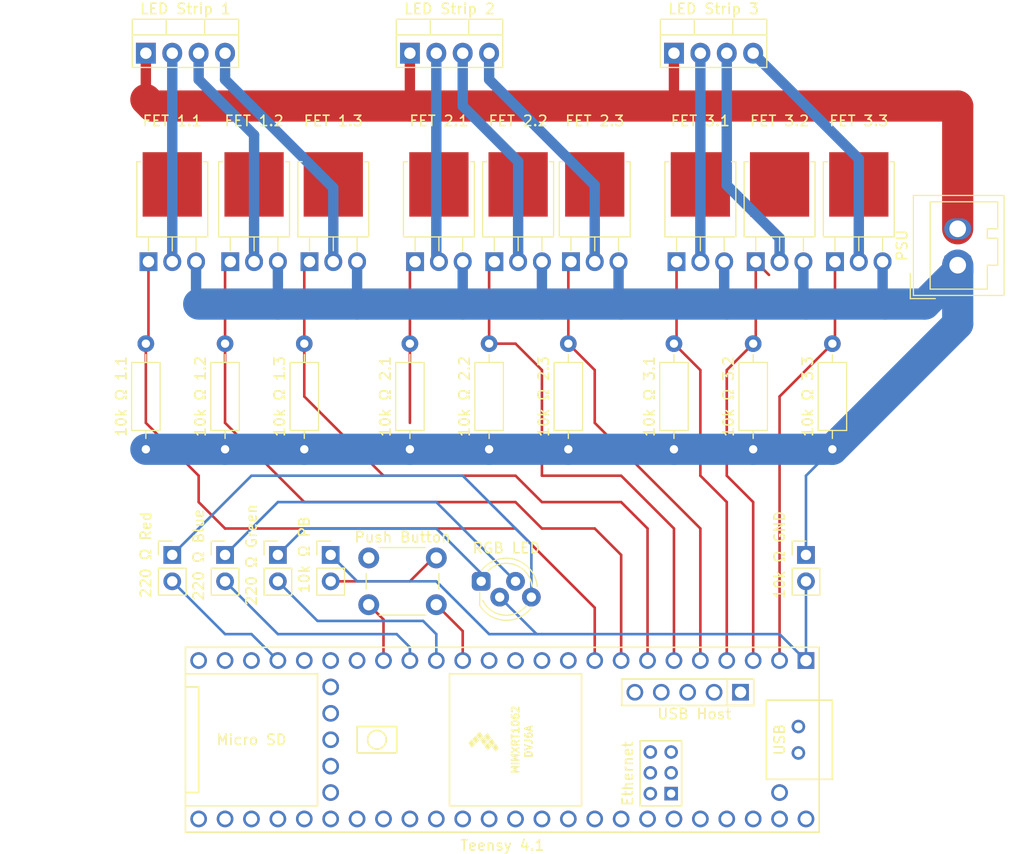
<source format=kicad_pcb>
(kicad_pcb (version 20221018) (generator pcbnew)
  (layers (0 "F.Cu" signal) (31 "B.Cu" signal) (34 "B.Paste" user) (35 "F.Paste" user) (36 "B.SilkS" user "B.Silkscreen") (37 "F.SilkS" user "F.Silkscreen") (38 "B.Mask" user) (39 "F.Mask" user) (44 "Edge.Cuts" user))
  (net 0 "")
  (footprint "Resistor_THT:R_Axial_DIN0207_L6.3mm_D2.5mm_P10.16mm_Horizontal" (layer "F.Cu") (at 101.6 86.36 90)
    (fp_text reference "10k Ω 3.1" (at 5.08 -2.37 90) (layer "F.SilkS"))
    (fp_text value "R_Axial_DIN0207_L6.3mm_D2.5mm_P10.16mm_Horizontal")
    (pad "1" thru_hole circle (at 0 0 90) (size 1.6 1.6) (drill 0.8) (layers "*.Cu" "*.Mask"))
    (pad "2" thru_hole oval (at 10.16 0 90) (size 1.6 1.6) (drill 0.8) (layers "*.Cu" "*.Mask"))
  )
  (footprint "Connector_PinHeader_2.54mm:PinHeader_1x02_P2.54mm_Vertical" (layer "F.Cu") (at 68.58 96.52)
    (fp_text reference "10k Ω PB" (at -2.54 0 90) (layer "F.SilkS"))
    (fp_text value "PinHeader_1x02_P2.54mm_Vertical")
    (pad "1" thru_hole rect (at 0 0) (size 1.7 1.7) (drill 1) (layers "*.Cu" "*.Mask"))
    (pad "2" thru_hole oval (at 0 2.54) (size 1.7 1.7) (drill 1) (layers "*.Cu" "*.Mask"))
  )
  (footprint "Connector_PinHeader_2.54mm:PinHeader_1x02_P2.54mm_Vertical" (layer "F.Cu") (at 53.34 96.52)
    (fp_text reference "220 Ω Red" (at -2.54 0 90) (layer "F.SilkS"))
    (fp_text value "PinHeader_1x02_P2.54mm_Vertical")
    (pad "1" thru_hole rect (at 0 0) (size 1.7 1.7) (drill 1) (layers "*.Cu" "*.Mask"))
    (pad "2" thru_hole oval (at 0 2.54) (size 1.7 1.7) (drill 1) (layers "*.Cu" "*.Mask"))
  )
  (footprint "Package_TO_SOT_THT:TO-251-3-1EP_Horizontal_TabDown" (layer "F.Cu") (at 84.32 68.315)
    (fp_text reference "FET 2.2" (at 2.29 -13.546794) (layer "F.SilkS"))
    (fp_text value "TO-251-3-1EP_Horizontal_TabDown")
    (pad "1" thru_hole rect (at 0 0) (size 1.7175 1.8) (drill 1.1) (layers "*.Cu" "*.Mask"))
    (pad "2" thru_hole oval (at 2.29 0) (size 1.7175 1.8) (drill 1.1) (layers "*.Cu" "*.Mask"))
    (pad "3" thru_hole oval (at 4.58 0) (size 1.7175 1.8) (drill 1.1) (layers "*.Cu" "*.Mask"))
    (pad "4" smd rect (at 2.29 -7.433333) (size 5.7 6.2) (layers "F.Cu" "F.Paste" "F.Mask"))
  )
  (footprint "Connector_Wago:Wago_734-132_1x02_P3.50mm_Vertical" (layer "F.Cu") (at 128.893461 68.652754 90)
    (fp_text reference "PSU" (at 1.9 -5.35 90) (layer "F.SilkS"))
    (fp_text value "Wago_734-132_1x02_P3.50mm_Vertical")
    (pad "1" thru_hole roundrect (at 0 0 90) (size 2 2.6) (drill 1.6) (layers "*.Cu" "*.Mask") (roundrect_rratio 0.125))
    (pad "2" thru_hole oval (at 3.5 0 90) (size 2 2.6) (drill 1.6) (layers "*.Cu" "*.Mask"))
  )
  (footprint "Package_TO_SOT_THT:TO-251-3-1EP_Horizontal_TabDown" (layer "F.Cu") (at 76.7 68.315)
    (fp_text reference "FET 2.1" (at 2.29 -13.546794) (layer "F.SilkS"))
    (fp_text value "TO-251-3-1EP_Horizontal_TabDown")
    (pad "1" thru_hole rect (at 0 0) (size 1.7175 1.8) (drill 1.1) (layers "*.Cu" "*.Mask"))
    (pad "2" thru_hole oval (at 2.29 0) (size 1.7175 1.8) (drill 1.1) (layers "*.Cu" "*.Mask"))
    (pad "3" thru_hole oval (at 4.58 0) (size 1.7175 1.8) (drill 1.1) (layers "*.Cu" "*.Mask"))
    (pad "4" smd rect (at 2.29 -7.433333) (size 5.7 6.2) (layers "F.Cu" "F.Paste" "F.Mask"))
  )
  (footprint "LED_THT:LED_D5.0mm-4_RGB_Staggered_Pins" (layer "F.Cu") (at 83.058 99.06)
    (fp_text reference "RGB LED" (at 2.413 -3.198) (layer "F.SilkS"))
    (fp_text value "LED_D5.0mm-4_RGB_Staggered_Pins" hide)
    (pad "1" thru_hole roundrect (at 0 0) (size 1.8 1.8) (drill 0.9) (layers "*.Cu" "*.Mask"))
    (pad "2" thru_hole circle (at 1.778 1.524) (size 1.8 1.8) (drill 0.9) (layers "*.Cu" "*.Mask"))
    (pad "3" thru_hole circle (at 3.302 0) (size 1.8 1.8) (drill 0.9) (layers "*.Cu" "*.Mask"))
    (pad "4" thru_hole circle (at 4.826 1.524) (size 1.8 1.8) (drill 0.9) (layers "*.Cu" "*.Mask"))
  )
  (footprint "Package_TO_SOT_THT:TO-251-3-1EP_Horizontal_TabDown" (layer "F.Cu") (at 117.09 68.315)
    (fp_text reference "FET 3.3" (at 2.29 -13.546794) (layer "F.SilkS"))
    (fp_text value "TO-251-3-1EP_Horizontal_TabDown")
    (pad "1" thru_hole rect (at 0 0) (size 1.7175 1.8) (drill 1.1) (layers "*.Cu" "*.Mask"))
    (pad "2" thru_hole oval (at 2.29 0) (size 1.7175 1.8) (drill 1.1) (layers "*.Cu" "*.Mask"))
    (pad "3" thru_hole oval (at 4.58 0) (size 1.7175 1.8) (drill 1.1) (layers "*.Cu" "*.Mask"))
    (pad "4" smd rect (at 2.29 -7.433333) (size 5.7 6.2) (layers "F.Cu" "F.Paste" "F.Mask"))
  )
  (footprint "Resistor_THT:R_Axial_DIN0207_L6.3mm_D2.5mm_P10.16mm_Horizontal" (layer "F.Cu") (at 66.04 86.36 90)
    (fp_text reference "10k Ω 1.3" (at 5.08 -2.37 90) (layer "F.SilkS"))
    (fp_text value "R_Axial_DIN0207_L6.3mm_D2.5mm_P10.16mm_Horizontal")
    (pad "1" thru_hole circle (at 0 0 90) (size 1.6 1.6) (drill 0.8) (layers "*.Cu" "*.Mask"))
    (pad "2" thru_hole oval (at 10.16 0 90) (size 1.6 1.6) (drill 0.8) (layers "*.Cu" "*.Mask"))
  )
  (footprint "Package_TO_SOT_THT:TO-251-3-1EP_Horizontal_TabDown" (layer "F.Cu") (at 101.85 68.315)
    (fp_text reference "FET 3.1" (at 2.29 -13.546794) (layer "F.SilkS"))
    (fp_text value "TO-251-3-1EP_Horizontal_TabDown")
    (pad "1" thru_hole rect (at 0 0) (size 1.7175 1.8) (drill 1.1) (layers "*.Cu" "*.Mask"))
    (pad "2" thru_hole oval (at 2.29 0) (size 1.7175 1.8) (drill 1.1) (layers "*.Cu" "*.Mask"))
    (pad "3" thru_hole oval (at 4.58 0) (size 1.7175 1.8) (drill 1.1) (layers "*.Cu" "*.Mask"))
    (pad "4" smd rect (at 2.29 -7.433333) (size 5.7 6.2) (layers "F.Cu" "F.Paste" "F.Mask"))
  )
  (footprint "Connector_PinHeader_2.54mm:PinHeader_1x02_P2.54mm_Vertical" (layer "F.Cu") (at 58.42 96.52)
    (fp_text reference "220 Ω Blue" (at -2.54 0 90) (layer "F.SilkS"))
    (fp_text value "PinHeader_1x02_P2.54mm_Vertical")
    (pad "1" thru_hole rect (at 0 0) (size 1.7 1.7) (drill 1) (layers "*.Cu" "*.Mask"))
    (pad "2" thru_hole oval (at 0 2.54) (size 1.7 1.7) (drill 1) (layers "*.Cu" "*.Mask"))
  )
  (footprint "Button_Switch_THT:SW_PUSH_6mm_H13mm" (layer "F.Cu") (at 72.24 96.81)
    (fp_text reference "Push Button" (at 3.25 -2) (layer "F.SilkS"))
    (fp_text value "SW_PUSH_6mm_H13mm")
    (pad "1" thru_hole circle (at 0 0 90) (size 2 2) (drill 1.1) (layers "*.Cu" "*.Mask"))
    (pad "1" thru_hole circle (at 6.5 0 90) (size 2 2) (drill 1.1) (layers "*.Cu" "*.Mask"))
    (pad "2" thru_hole circle (at 0 4.5 90) (size 2 2) (drill 1.1) (layers "*.Cu" "*.Mask"))
    (pad "2" thru_hole circle (at 6.5 4.5 90) (size 2 2) (drill 1.1) (layers "*.Cu" "*.Mask"))
  )
  (footprint "Resistor_THT:R_Axial_DIN0207_L6.3mm_D2.5mm_P10.16mm_Horizontal" (layer "F.Cu") (at 58.42 86.36 90)
    (fp_text reference "10k Ω 1.2" (at 5.08 -2.37 90) (layer "F.SilkS"))
    (fp_text value "R_Axial_DIN0207_L6.3mm_D2.5mm_P10.16mm_Horizontal")
    (pad "1" thru_hole circle (at 0 0 90) (size 1.6 1.6) (drill 0.8) (layers "*.Cu" "*.Mask"))
    (pad "2" thru_hole oval (at 10.16 0 90) (size 1.6 1.6) (drill 0.8) (layers "*.Cu" "*.Mask"))
  )
  (footprint "Resistor_THT:R_Axial_DIN0207_L6.3mm_D2.5mm_P10.16mm_Horizontal" (layer "F.Cu") (at 76.2 86.36 90)
    (fp_text reference "10k Ω 2.1" (at 5.08 -2.37 90) (layer "F.SilkS"))
    (fp_text value "R_Axial_DIN0207_L6.3mm_D2.5mm_P10.16mm_Horizontal")
    (pad "1" thru_hole circle (at 0 0 90) (size 1.6 1.6) (drill 0.8) (layers "*.Cu" "*.Mask"))
    (pad "2" thru_hole oval (at 10.16 0 90) (size 1.6 1.6) (drill 0.8) (layers "*.Cu" "*.Mask"))
  )
  (footprint "Package_TO_SOT_THT:TO-220-4_Vertical" (layer "F.Cu") (at 101.6 48.26)
    (fp_text reference "LED Strip 3" (at 3.81 -4.27) (layer "F.SilkS"))
    (fp_text value "TO-220-4_Vertical")
    (pad "1" thru_hole rect (at 0 0) (size 1.905 2) (drill 1.1) (layers "*.Cu" "*.Mask"))
    (pad "2" thru_hole oval (at 2.54 0) (size 1.905 2) (drill 1.1) (layers "*.Cu" "*.Mask"))
    (pad "3" thru_hole oval (at 5.08 0) (size 1.905 2) (drill 1.1) (layers "*.Cu" "*.Mask"))
    (pad "4" thru_hole oval (at 7.62 0) (size 1.905 2) (drill 1.1) (layers "*.Cu" "*.Mask"))
  )
  (footprint "Resistor_THT:R_Axial_DIN0207_L6.3mm_D2.5mm_P10.16mm_Horizontal" (layer "F.Cu") (at 91.44 86.36 90)
    (fp_text reference "10k Ω 2.3" (at 5.08 -2.37 90) (layer "F.SilkS"))
    (fp_text value "R_Axial_DIN0207_L6.3mm_D2.5mm_P10.16mm_Horizontal")
    (pad "1" thru_hole circle (at 0 0 90) (size 1.6 1.6) (drill 0.8) (layers "*.Cu" "*.Mask"))
    (pad "2" thru_hole oval (at 10.16 0 90) (size 1.6 1.6) (drill 0.8) (layers "*.Cu" "*.Mask"))
  )
  (footprint "Package_TO_SOT_THT:TO-251-3-1EP_Horizontal_TabDown" (layer "F.Cu") (at 109.47 68.315)
    (fp_text reference "FET 3.2" (at 2.29 -13.546794) (layer "F.SilkS"))
    (fp_text value "TO-251-3-1EP_Horizontal_TabDown")
    (pad "1" thru_hole rect (at 0 0) (size 1.7175 1.8) (drill 1.1) (layers "*.Cu" "*.Mask"))
    (pad "2" thru_hole oval (at 2.29 0) (size 1.7175 1.8) (drill 1.1) (layers "*.Cu" "*.Mask"))
    (pad "3" thru_hole oval (at 4.58 0) (size 1.7175 1.8) (drill 1.1) (layers "*.Cu" "*.Mask"))
    (pad "4" smd rect (at 2.29 -7.433333) (size 5.7 6.2) (layers "F.Cu" "F.Paste" "F.Mask"))
  )
  (footprint "Connector_PinHeader_2.54mm:PinHeader_1x02_P2.54mm_Vertical" (layer "F.Cu") (at 114.3 96.52)
    (fp_text reference "10k Ω GND" (at -2.54 0 90) (layer "F.SilkS"))
    (fp_text value "PinHeader_1x02_P2.54mm_Vertical")
    (pad "1" thru_hole rect (at 0 0) (size 1.7 1.7) (drill 1) (layers "*.Cu" "*.Mask"))
    (pad "2" thru_hole oval (at 0 2.54) (size 1.7 1.7) (drill 1) (layers "*.Cu" "*.Mask"))
  )
  (footprint "Resistor_THT:R_Axial_DIN0207_L6.3mm_D2.5mm_P10.16mm_Horizontal" (layer "F.Cu") (at 109.22 86.36 90)
    (fp_text reference "10k Ω 3.2" (at 5.08 -2.37 90) (layer "F.SilkS"))
    (fp_text value "R_Axial_DIN0207_L6.3mm_D2.5mm_P10.16mm_Horizontal")
    (pad "1" thru_hole circle (at 0 0 90) (size 1.6 1.6) (drill 0.8) (layers "*.Cu" "*.Mask"))
    (pad "2" thru_hole oval (at 10.16 0 90) (size 1.6 1.6) (drill 0.8) (layers "*.Cu" "*.Mask"))
  )
  (footprint "Package_TO_SOT_THT:TO-220-4_Vertical" (layer "F.Cu") (at 76.2 48.26)
    (fp_text reference "LED Strip 2" (at 3.81 -4.27) (layer "F.SilkS"))
    (fp_text value "TO-220-4_Vertical")
    (pad "1" thru_hole rect (at 0 0) (size 1.905 2) (drill 1.1) (layers "*.Cu" "*.Mask"))
    (pad "2" thru_hole oval (at 2.54 0) (size 1.905 2) (drill 1.1) (layers "*.Cu" "*.Mask"))
    (pad "3" thru_hole oval (at 5.08 0) (size 1.905 2) (drill 1.1) (layers "*.Cu" "*.Mask"))
    (pad "4" thru_hole oval (at 7.62 0) (size 1.905 2) (drill 1.1) (layers "*.Cu" "*.Mask"))
  )
  (footprint "Resistor_THT:R_Axial_DIN0207_L6.3mm_D2.5mm_P10.16mm_Horizontal" (layer "F.Cu") (at 83.82 86.36 90)
    (fp_text reference "10k Ω 2.2" (at 5.08 -2.37 90) (layer "F.SilkS"))
    (fp_text value "R_Axial_DIN0207_L6.3mm_D2.5mm_P10.16mm_Horizontal")
    (pad "1" thru_hole circle (at 0 0 90) (size 1.6 1.6) (drill 0.8) (layers "*.Cu" "*.Mask"))
    (pad "2" thru_hole oval (at 10.16 0 90) (size 1.6 1.6) (drill 0.8) (layers "*.Cu" "*.Mask"))
  )
  (footprint "Resistor_THT:R_Axial_DIN0207_L6.3mm_D2.5mm_P10.16mm_Horizontal" (layer "F.Cu") (at 116.84 86.36 90)
    (fp_text reference "10k Ω 3.3" (at 5.08 -2.37 90) (layer "F.SilkS"))
    (fp_text value "R_Axial_DIN0207_L6.3mm_D2.5mm_P10.16mm_Horizontal")
    (pad "1" thru_hole circle (at 0 0 90) (size 1.6 1.6) (drill 0.8) (layers "*.Cu" "*.Mask"))
    (pad "2" thru_hole oval (at 10.16 0 90) (size 1.6 1.6) (drill 0.8) (layers "*.Cu" "*.Mask"))
  )
  (footprint "teensy:Teensy41" (layer "F.Cu") (at 85.09 114.3 180)
    (fp_text reference "Teensy 4.1" (at 0 -10.16) (layer "F.SilkS"))
    (fp_text value "Teensy 4.1" hide)
    (fp_text user "DVJ6A" (at -2.54 -0.18 90) (layer "F.SilkS") (effects (font (size 0.7 0.7))))
    (fp_text user "MIMXRT1062" (at -1.27 0 90) (layer "F.SilkS") (effects (font (size 0.7 0.7))))
    (fp_text user "Ethernet" (at -12.065 -3.2766 90) (layer "F.SilkS"))
    (fp_text user "Micro SD" (at 24.13 0) (layer "F.SilkS"))
    (fp_text user "USB Host" (at -18.4658 2.4892) (layer "F.SilkS"))
    (fp_text user "USB" (at -26.67 0 90) (layer "F.SilkS"))
    (pad "1" thru_hole rect (at -29.21 7.62 180) (size 1.6 1.6) (drill 1.1) (layers "*.Cu" "*.Mask"))
    (pad "2" thru_hole circle (at -26.67 7.62 180) (size 1.6 1.6) (drill 1.1) (layers "*.Cu" "*.Mask"))
    (pad "3" thru_hole circle (at -24.13 7.62 180) (size 1.6 1.6) (drill 1.1) (layers "*.Cu" "*.Mask"))
    (pad "4" thru_hole circle (at -21.59 7.62 180) (size 1.6 1.6) (drill 1.1) (layers "*.Cu" "*.Mask"))
    (pad "5" thru_hole circle (at -19.05 7.62 180) (size 1.6 1.6) (drill 1.1) (layers "*.Cu" "*.Mask"))
    (pad "6" thru_hole circle (at -16.51 7.62 180) (size 1.6 1.6) (drill 1.1) (layers "*.Cu" "*.Mask"))
    (pad "7" thru_hole circle (at -13.97 7.62 180) (size 1.6 1.6) (drill 1.1) (layers "*.Cu" "*.Mask"))
    (pad "8" thru_hole circle (at -11.43 7.62 180) (size 1.6 1.6) (drill 1.1) (layers "*.Cu" "*.Mask"))
    (pad "9" thru_hole circle (at -8.89 7.62 180) (size 1.6 1.6) (drill 1.1) (layers "*.Cu" "*.Mask"))
    (pad "10" thru_hole circle (at -6.35 7.62 180) (size 1.6 1.6) (drill 1.1) (layers "*.Cu" "*.Mask"))
    (pad "11" thru_hole circle (at -3.81 7.62 180) (size 1.6 1.6) (drill 1.1) (layers "*.Cu" "*.Mask"))
    (pad "12" thru_hole circle (at -1.27 7.62 180) (size 1.6 1.6) (drill 1.1) (layers "*.Cu" "*.Mask"))
    (pad "13" thru_hole circle (at 1.27 7.62 180) (size 1.6 1.6) (drill 1.1) (layers "*.Cu" "*.Mask"))
    (pad "14" thru_hole circle (at 3.81 7.62 180) (size 1.6 1.6) (drill 1.1) (layers "*.Cu" "*.Mask"))
    (pad "15" thru_hole circle (at 6.35 7.62 180) (size 1.6 1.6) (drill 1.1) (layers "*.Cu" "*.Mask"))
    (pad "16" thru_hole circle (at 8.89 7.62 180) (size 1.6 1.6) (drill 1.1) (layers "*.Cu" "*.Mask"))
    (pad "17" thru_hole circle (at 11.43 7.62 180) (size 1.6 1.6) (drill 1.1) (layers "*.Cu" "*.Mask"))
    (pad "18" thru_hole circle (at 13.97 7.62 180) (size 1.6 1.6) (drill 1.1) (layers "*.Cu" "*.Mask"))
    (pad "19" thru_hole circle (at 16.51 7.62 180) (size 1.6 1.6) (drill 1.1) (layers "*.Cu" "*.Mask"))
    (pad "20" thru_hole circle (at 19.05 7.62 180) (size 1.6 1.6) (drill 1.1) (layers "*.Cu" "*.Mask"))
    (pad "21" thru_hole circle (at 21.59 7.62 180) (size 1.6 1.6) (drill 1.1) (layers "*.Cu" "*.Mask"))
    (pad "22" thru_hole circle (at 24.13 7.62 180) (size 1.6 1.6) (drill 1.1) (layers "*.Cu" "*.Mask"))
    (pad "23" thru_hole circle (at 26.67 7.62 180) (size 1.6 1.6) (drill 1.1) (layers "*.Cu" "*.Mask"))
    (pad "24" thru_hole circle (at 29.21 7.62 180) (size 1.6 1.6) (drill 1.1) (layers "*.Cu" "*.Mask"))
    (pad "25" thru_hole circle (at 29.21 -7.62 180) (size 1.6 1.6) (drill 1.1) (layers "*.Cu" "*.Mask"))
    (pad "26" thru_hole circle (at 26.67 -7.62 180) (size 1.6 1.6) (drill 1.1) (layers "*.Cu" "*.Mask"))
    (pad "27" thru_hole circle (at 24.13 -7.62 180) (size 1.6 1.6) (drill 1.1) (layers "*.Cu" "*.Mask"))
    (pad "28" thru_hole circle (at 21.59 -7.62 180) (size 1.6 1.6) (drill 1.1) (layers "*.Cu" "*.Mask"))
    (pad "29" thru_hole circle (at 19.05 -7.62 180) (size 1.6 1.6) (drill 1.1) (layers "*.Cu" "*.Mask"))
    (pad "30" thru_hole circle (at 16.51 -7.62 180) (size 1.6 1.6) (drill 1.1) (layers "*.Cu" "*.Mask"))
    (pad "31" thru_hole circle (at 13.97 -7.62 180) (size 1.6 1.6) (drill 1.1) (layers "*.Cu" "*.Mask"))
    (pad "32" thru_hole circle (at 11.43 -7.62 180) (size 1.6 1.6) (drill 1.1) (layers "*.Cu" "*.Mask"))
    (pad "33" thru_hole circle (at 8.89 -7.62 180) (size 1.6 1.6) (drill 1.1) (layers "*.Cu" "*.Mask"))
    (pad "34" thru_hole circle (at 6.35 -7.62 180) (size 1.6 1.6) (drill 1.1) (layers "*.Cu" "*.Mask"))
    (pad "35" thru_hole circle (at 3.81 -7.62 180) (size 1.6 1.6) (drill 1.1) (layers "*.Cu" "*.Mask"))
    (pad "36" thru_hole circle (at 1.27 -7.62 180) (size 1.6 1.6) (drill 1.1) (layers "*.Cu" "*.Mask"))
    (pad "37" thru_hole circle (at -1.27 -7.62 180) (size 1.6 1.6) (drill 1.1) (layers "*.Cu" "*.Mask"))
    (pad "38" thru_hole circle (at -3.81 -7.62 180) (size 1.6 1.6) (drill 1.1) (layers "*.Cu" "*.Mask"))
    (pad "39" thru_hole circle (at -6.35 -7.62 180) (size 1.6 1.6) (drill 1.1) (layers "*.Cu" "*.Mask"))
    (pad "40" thru_hole circle (at -8.89 -7.62 180) (size 1.6 1.6) (drill 1.1) (layers "*.Cu" "*.Mask"))
    (pad "41" thru_hole circle (at -11.43 -7.62 180) (size 1.6 1.6) (drill 1.1) (layers "*.Cu" "*.Mask"))
    (pad "42" thru_hole circle (at -13.97 -7.62 180) (size 1.6 1.6) (drill 1.1) (layers "*.Cu" "*.Mask"))
    (pad "43" thru_hole circle (at -16.51 -7.62 180) (size 1.6 1.6) (drill 1.1) (layers "*.Cu" "*.Mask"))
    (pad "44" thru_hole circle (at -19.05 -7.62 180) (size 1.6 1.6) (drill 1.1) (layers "*.Cu" "*.Mask"))
    (pad "45" thru_hole circle (at -21.59 -7.62 180) (size 1.6 1.6) (drill 1.1) (layers "*.Cu" "*.Mask"))
    (pad "46" thru_hole circle (at -24.13 -7.62 180) (size 1.6 1.6) (drill 1.1) (layers "*.Cu" "*.Mask"))
    (pad "47" thru_hole circle (at -26.67 -7.62 180) (size 1.6 1.6) (drill 1.1) (layers "*.Cu" "*.Mask"))
    (pad "48" thru_hole circle (at -29.21 -7.62 180) (size 1.6 1.6) (drill 1.1) (layers "*.Cu" "*.Mask"))
    (pad "49" thru_hole circle (at -26.67 -5.08 180) (size 1.6 1.6) (drill 1.1) (layers "*.Cu" "*.Mask"))
    (pad "50" thru_hole circle (at 16.51 5.08 180) (size 1.6 1.6) (drill 1.1) (layers "*.Cu" "*.Mask"))
    (pad "51" thru_hole circle (at 16.51 2.54 180) (size 1.6 1.6) (drill 1.1) (layers "*.Cu" "*.Mask"))
    (pad "52" thru_hole circle (at 16.51 0 180) (size 1.6 1.6) (drill 1.1) (layers "*.Cu" "*.Mask"))
    (pad "53" thru_hole circle (at 16.51 -2.54 180) (size 1.6 1.6) (drill 1.1) (layers "*.Cu" "*.Mask"))
    (pad "54" thru_hole circle (at 16.51 -5.08 180) (size 1.6 1.6) (drill 1.1) (layers "*.Cu" "*.Mask"))
    (pad "55" thru_hole rect (at -22.9108 4.5692 180) (size 1.6 1.6) (drill 1.1) (layers "*.Cu" "*.Mask"))
    (pad "56" thru_hole circle (at -20.3708 4.5692 180) (size 1.6 1.6) (drill 1.1) (layers "*.Cu" "*.Mask"))
    (pad "57" thru_hole circle (at -17.8308 4.5692 180) (size 1.6 1.6) (drill 1.1) (layers "*.Cu" "*.Mask"))
    (pad "58" thru_hole circle (at -15.2908 4.5692 180) (size 1.6 1.6) (drill 1.1) (layers "*.Cu" "*.Mask"))
    (pad "59" thru_hole circle (at -12.7508 4.5692 180) (size 1.6 1.6) (drill 1.1) (layers "*.Cu" "*.Mask"))
    (pad "60" thru_hole rect (at -16.24 -5.1816 180) (size 1.3 1.3) (drill 0.8) (layers "*.Cu" "*.Mask"))
    (pad "61" thru_hole circle (at -16.24 -3.1816 180) (size 1.3 1.3) (drill 0.8) (layers "*.Cu" "*.Mask"))
    (pad "62" thru_hole circle (at -16.24 -1.1816 180) (size 1.3 1.3) (drill 0.8) (layers "*.Cu" "*.Mask"))
    (pad "63" thru_hole circle (at -14.24 -1.1816 180) (size 1.3 1.3) (drill 0.8) (layers "*.Cu" "*.Mask"))
    (pad "64" thru_hole circle (at -14.24 -3.1816 180) (size 1.3 1.3) (drill 0.8) (layers "*.Cu" "*.Mask"))
    (pad "65" thru_hole circle (at -14.24 -5.1816 180) (size 1.3 1.3) (drill 0.8) (layers "*.Cu" "*.Mask"))
    (pad "66" thru_hole circle (at -28.48 -1.27 180) (size 1.3 1.3) (drill 0.8) (layers "*.Cu" "*.Mask"))
    (pad "67" thru_hole circle (at -28.48 1.27 180) (size 1.3 1.3) (drill 0.8) (layers "*.Cu" "*.Mask"))
  )
  (footprint "Connector_PinHeader_2.54mm:PinHeader_1x02_P2.54mm_Vertical" (layer "F.Cu") (at 63.5 96.52)
    (fp_text reference "220 Ω Green" (at -2.54 0 90) (layer "F.SilkS"))
    (fp_text value "PinHeader_1x02_P2.54mm_Vertical")
    (pad "1" thru_hole rect (at 0 0) (size 1.7 1.7) (drill 1) (layers "*.Cu" "*.Mask"))
    (pad "2" thru_hole oval (at 0 2.54) (size 1.7 1.7) (drill 1) (layers "*.Cu" "*.Mask"))
  )
  (footprint "Package_TO_SOT_THT:TO-220-4_Vertical" (layer "F.Cu") (at 50.8 48.26)
    (fp_text reference "LED Strip 1" (at 3.81 -4.27) (layer "F.SilkS"))
    (fp_text value "TO-220-4_Vertical")
    (pad "1" thru_hole rect (at 0 0) (size 1.905 2) (drill 1.1) (layers "*.Cu" "*.Mask"))
    (pad "2" thru_hole oval (at 2.54 0) (size 1.905 2) (drill 1.1) (layers "*.Cu" "*.Mask"))
    (pad "3" thru_hole oval (at 5.08 0) (size 1.905 2) (drill 1.1) (layers "*.Cu" "*.Mask"))
    (pad "4" thru_hole oval (at 7.62 0) (size 1.905 2) (drill 1.1) (layers "*.Cu" "*.Mask"))
  )
  (footprint "Package_TO_SOT_THT:TO-251-3-1EP_Horizontal_TabDown" (layer "F.Cu") (at 66.54 68.315)
    (fp_text reference "FET 1.3" (at 2.29 -13.546794) (layer "F.SilkS"))
    (fp_text value "TO-251-3-1EP_Horizontal_TabDown")
    (pad "1" thru_hole rect (at 0 0) (size 1.7175 1.8) (drill 1.1) (layers "*.Cu" "*.Mask"))
    (pad "2" thru_hole oval (at 2.29 0) (size 1.7175 1.8) (drill 1.1) (layers "*.Cu" "*.Mask"))
    (pad "3" thru_hole oval (at 4.58 0) (size 1.7175 1.8) (drill 1.1) (layers "*.Cu" "*.Mask"))
    (pad "4" smd rect (at 2.29 -7.433333) (size 5.7 6.2) (layers "F.Cu" "F.Paste" "F.Mask"))
  )
  (footprint "Package_TO_SOT_THT:TO-251-3-1EP_Horizontal_TabDown" (layer "F.Cu") (at 51.05 68.315)
    (fp_text reference "FET 1.1" (at 2.29 -13.546794) (layer "F.SilkS"))
    (fp_text value "TO-251-3-1EP_Horizontal_TabDown")
    (pad "1" thru_hole rect (at 0 0) (size 1.7175 1.8) (drill 1.1) (layers "*.Cu" "*.Mask"))
    (pad "2" thru_hole oval (at 2.29 0) (size 1.7175 1.8) (drill 1.1) (layers "*.Cu" "*.Mask"))
    (pad "3" thru_hole oval (at 4.58 0) (size 1.7175 1.8) (drill 1.1) (layers "*.Cu" "*.Mask"))
    (pad "4" smd rect (at 2.29 -7.433333) (size 5.7 6.2) (layers "F.Cu" "F.Paste" "F.Mask"))
  )
  (footprint "Package_TO_SOT_THT:TO-251-3-1EP_Horizontal_TabDown" (layer "F.Cu") (at 91.69 68.315)
    (fp_text reference "FET 2.3" (at 2.29 -13.546794) (layer "F.SilkS"))
    (fp_text value "TO-251-3-1EP_Horizontal_TabDown")
    (pad "1" thru_hole rect (at 0 0) (size 1.7175 1.8) (drill 1.1) (layers "*.Cu" "*.Mask"))
    (pad "2" thru_hole oval (at 2.29 0) (size 1.7175 1.8) (drill 1.1) (layers "*.Cu" "*.Mask"))
    (pad "3" thru_hole oval (at 4.58 0) (size 1.7175 1.8) (drill 1.1) (layers "*.Cu" "*.Mask"))
    (pad "4" smd rect (at 2.29 -7.433333) (size 5.7 6.2) (layers "F.Cu" "F.Paste" "F.Mask"))
  )
  (footprint "Resistor_THT:R_Axial_DIN0207_L6.3mm_D2.5mm_P10.16mm_Horizontal" (layer "F.Cu") (at 50.8 86.36 90)
    (fp_text reference "10k Ω 1.1" (at 5.08 -2.37 90) (layer "F.SilkS"))
    (fp_text value "R_Axial_DIN0207_L6.3mm_D2.5mm_P10.16mm_Horizontal")
    (pad "1" thru_hole circle (at 0 0 90) (size 1.6 1.6) (drill 0.8) (layers "*.Cu" "*.Mask"))
    (pad "2" thru_hole oval (at 10.16 0 90) (size 1.6 1.6) (drill 0.8) (layers "*.Cu" "*.Mask"))
  )
  (footprint "Package_TO_SOT_THT:TO-251-3-1EP_Horizontal_TabDown" (layer "F.Cu") (at 58.92 68.315)
    (fp_text reference "FET 1.2" (at 2.29 -13.546794) (layer "F.SilkS"))
    (fp_text value "TO-251-3-1EP_Horizontal_TabDown")
    (pad "1" thru_hole rect (at 0 0) (size 1.7175 1.8) (drill 1.1) (layers "*.Cu" "*.Mask"))
    (pad "2" thru_hole oval (at 2.29 0) (size 1.7175 1.8) (drill 1.1) (layers "*.Cu" "*.Mask"))
    (pad "3" thru_hole oval (at 4.58 0) (size 1.7175 1.8) (drill 1.1) (layers "*.Cu" "*.Mask"))
    (pad "4" smd rect (at 2.29 -7.433333) (size 5.7 6.2) (layers "F.Cu" "F.Paste" "F.Mask"))
  )
  (segment (start 88.9 78.74) (end 86.36 76.2) (width 0.25) (layer "F.Cu") (net 0))
  (segment (start 66.04 76.2) (end 66.04 68.815) (width 0.25) (layer "F.Cu") (net 0))
  (segment (start 81.28 106.68) (end 81.28 103.85) (width 0.25) (layer "F.Cu") (net 0))
  (segment (start 55.88 91.44) (end 58.42 93.98) (width 0.25) (layer "F.Cu") (net 0))
  (segment (start 104.14 78.74) (end 101.6 76.2) (width 0.25) (layer "F.Cu") (net 0))
  (segment (start 109.47 75.95) (end 109.22 76.2) (width 0.25) (layer "F.Cu") (net 0))
  (segment (start 58.42 68.815) (end 58.92 68.315) (width 0.25) (layer "F.Cu") (net 0))
  (segment (start 101.6 93.98) (end 96.52 88.9) (width 0.25) (layer "F.Cu") (net 0))
  (segment (start 109.47 68.315) (end 109.47 75.95) (width 0.25) (layer "F.Cu") (net 0))
  (segment (start 66.04 76.2) (end 66.04 81.28) (width 0.25) (layer "F.Cu") (net 0))
  (segment (start 106.68 106.68) (end 106.68 91.44) (width 0.25) (layer "F.Cu") (net 0))
  (segment (start 66.04 91.44) (end 86.36 91.44) (width 0.25) (layer "F.Cu") (net 0))
  (segment (start 83.82 68.815) (end 84.32 68.315) (width 0.25) (layer "F.Cu") (net 0))
  (segment (start 58.42 83.82) (end 66.04 91.44) (width 0.25) (layer "F.Cu") (net 0))
  (segment (start 51.05 68.315) (end 51.05 75.95) (width 0.25) (layer "F.Cu") (net 0))
  (segment (start 81.28 103.85) (end 78.74 101.31) (width 0.25) (layer "F.Cu") (net 0))
  (segment (start 109.22 106.68) (end 109.22 91.44) (width 0.25) (layer "F.Cu") (net 0))
  (segment (start 93.98 101.6) (end 93.98 106.68) (width 0.25) (layer "F.Cu") (net 0))
  (segment (start 50.8 52.716539) (end 51.423461 53.34) (width 3) (layer "F.Cu") (net 0))
  (segment (start 76.2 53.34) (end 101.6 53.34) (width 3) (layer "F.Cu") (net 0))
  (segment (start 101.85 75.95) (end 101.6 76.2) (width 0.25) (layer "F.Cu") (net 0))
  (segment (start 50.8 48.26) (end 50.8 52.716539) (width 1) (layer "F.Cu") (net 0))
  (segment (start 117.09 75.95) (end 116.84 76.2) (width 0.25) (layer "F.Cu") (net 0))
  (segment (start 96.52 91.44) (end 99.06 93.98) (width 0.25) (layer "F.Cu") (net 0))
  (segment (start 111.76 106.68) (end 111.76 81.28) (width 0.25) (layer "F.Cu") (net 0))
  (segment (start 104.14 88.9) (end 104.14 78.74) (width 0.25) (layer "F.Cu") (net 0))
  (segment (start 101.85 68.315) (end 101.85 75.95) (width 0.25) (layer "F.Cu") (net 0))
  (segment (start 86.36 76.2) (end 83.82 76.2) (width 0.25) (layer "F.Cu") (net 0))
  (segment (start 51.423461 53.34) (end 76.2 53.34) (width 3) (layer "F.Cu") (net 0))
  (segment (start 86.36 93.98) (end 93.98 101.6) (width 0.25) (layer "F.Cu") (net 0))
  (segment (start 84.32 69.08) (end 84.32 68.315) (width 0.25) (layer "F.Cu") (net 0))
  (segment (start 66.04 68.815) (end 66.54 68.315) (width 0.25) (layer "F.Cu") (net 0))
  (segment (start 76.2 68.815) (end 76.7 68.315) (width 0.25) (layer "F.Cu") (net 0))
  (segment (start 86.36 91.44) (end 88.9 93.98) (width 0.25) (layer "F.Cu") (net 0))
  (segment (start 50.8 76.2) (end 50.8 83.82) (width 0.25) (layer "F.Cu") (net 0))
  (segment (start 76.2 76.2) (end 76.2 83.82) (width 0.25) (layer "F.Cu") (net 0))
  (segment (start 109.22 91.44) (end 106.68 88.9) (width 0.25) (layer "F.Cu") (net 0))
  (segment (start 78.74 96.81) (end 78.74 96.52) (width 0.25) (layer "F.Cu") (net 0))
  (segment (start 88.9 91.44) (end 96.52 91.44) (width 0.25) (layer "F.Cu") (net 0))
  (segment (start 78.74 68.065) (end 78.99 68.315) (width 0.25) (layer "F.Cu") (net 0))
  (segment (start 106.68 91.44) (end 104.14 88.9) (width 0.25) (layer "F.Cu") (net 0))
  (segment (start 93.98 93.98) (end 96.52 96.52) (width 0.25) (layer "F.Cu") (net 0))
  (segment (start 96.52 96.52) (end 96.52 106.68) (width 0.25) (layer "F.Cu") (net 0))
  (segment (start 101.6 53.34) (end 128.893461 53.34) (width 3) (layer "F.Cu") (net 0))
  (segment (start 111.76 81.28) (end 116.84 76.2) (width 0.25) (layer "F.Cu") (net 0))
  (segment (start 83.82 76.2) (end 83.82 68.815) (width 0.25) (layer "F.Cu") (net 0))
  (segment (start 73.66 88.9) (end 86.36 88.9) (width 0.25) (layer "F.Cu") (net 0))
  (segment (start 93.98 83.82) (end 93.98 78.74) (width 0.25) (layer "F.Cu") (net 0))
  (segment (start 66.04 81.28) (end 73.66 88.9) (width 0.25) (layer "F.Cu") (net 0))
  (segment (start 99.06 93.98) (end 99.06 106.68) (width 0.25) (layer "F.Cu") (net 0))
  (segment (start 106.68 88.9) (end 106.68 78.74) (width 0.25) (layer "F.Cu") (net 0))
  (segment (start 76.2 76.2) (end 76.2 68.815) (width 0.25) (layer "F.Cu") (net 0))
  (segment (start 110.74 69.585) (end 109.47 68.315) (width 0.25) (layer "F.Cu") (net 0))
  (segment (start 96.52 88.9) (end 88.9 88.9) (width 0.25) (layer "F.Cu") (net 0))
  (segment (start 55.88 88.9) (end 55.88 91.44) (width 0.25) (layer "F.Cu") (net 0))
  (segment (start 58.42 93.98) (end 86.36 93.98) (width 0.25) (layer "F.Cu") (net 0))
  (segment (start 78.74 96.52) (end 76.2 99.06) (width 0.25) (layer "F.Cu") (net 0))
  (segment (start 93.98 78.74) (end 91.44 76.2) (width 0.25) (layer "F.Cu") (net 0))
  (segment (start 93.98 83.82) (end 104.14 93.98) (width 0.25) (layer "F.Cu") (net 0))
  (segment (start 58.42 76.2) (end 58.42 68.815) (width 0.25) (layer "F.Cu") (net 0))
  (segment (start 86.36 88.9) (end 88.9 91.44) (width 0.25) (layer "F.Cu") (net 0))
  (segment (start 58.42 76.2) (end 58.42 83.82) (width 0.25) (layer "F.Cu") (net 0))
  (segment (start 76.7 69.08) (end 76.7 68.315) (width 0.25) (layer "F.Cu") (net 0))
  (segment (start 88.9 88.9) (end 88.9 78.74) (width 0.25) (layer "F.Cu") (net 0))
  (segment (start 101.6 48.26) (end 101.6 53.34) (width 1) (layer "F.Cu") (net 0))
  (segment (start 101.6 106.68) (end 101.6 93.98) (width 0.25) (layer "F.Cu") (net 0))
  (segment (start 76.2 99.06) (end 68.58 99.06) (width 0.25) (layer "F.Cu") (net 0))
  (segment (start 106.68 78.74) (end 109.22 76.2) (width 0.25) (layer "F.Cu") (net 0))
  (segment (start 76.2 48.26) (end 76.2 53.34) (width 1) (layer "F.Cu") (net 0))
  (segment (start 128.893461 53.34) (end 128.893461 65.152754) (width 3) (layer "F.Cu") (net 0))
  (segment (start 73.66 102.73) (end 72.24 101.31) (width 0.25) (layer "F.Cu") (net 0))
  (segment (start 91.44 76.2) (end 91.44 68.565) (width 0.25) (layer "F.Cu") (net 0))
  (segment (start 91.44 68.565) (end 91.69 68.315) (width 0.25) (layer "F.Cu") (net 0))
  (segment (start 51.05 75.95) (end 50.8 76.2) (width 0.25) (layer "F.Cu") (net 0))
  (segment (start 73.66 106.68) (end 73.66 102.73) (width 0.25) (layer "F.Cu") (net 0))
  (segment (start 88.9 93.98) (end 93.98 93.98) (width 0.25) (layer "F.Cu") (net 0))
  (segment (start 50.8 83.82) (end 55.88 88.9) (width 0.25) (layer "F.Cu") (net 0))
  (segment (start 104.14 93.98) (end 104.14 106.68) (width 0.25) (layer "F.Cu") (net 0))
  (segment (start 117.09 68.315) (end 117.09 75.95) (width 0.25) (layer "F.Cu") (net 0))
  (segment (start 125.73 72.39) (end 128.893461 69.226539) (width 3) (layer "B.Cu") (net 0))
  (segment (start 55.88 48.26) (end 55.88 50.8) (width 1) (layer "B.Cu") (net 0))
  (segment (start 63.5 72.39) (end 71.12 72.39) (width 3) (layer "B.Cu") (net 0))
  (segment (start 78.74 104.14) (end 78.74 106.68) (width 0.25) (layer "B.Cu") (net 0))
  (segment (start 119.38 58.42) (end 109.22 48.26) (width 1) (layer "B.Cu") (net 0))
  (segment (start 111.76 66.04) (end 111.76 68.315) (width 1) (layer "B.Cu") (net 0))
  (segment (start 53.34 48.26) (end 53.34 68.315) (width 1) (layer "B.Cu") (net 0))
  (segment (start 81.28 72.39) (end 88.9 72.39) (width 3) (layer "B.Cu") (net 0))
  (segment (start 88.392 104.14) (end 83.82 104.14) (width 0.25) (layer "B.Cu") (net 0))
  (segment (start 55.88 72.39) (end 63.5 72.39) (width 3) (layer "B.Cu") (net 0))
  (segment (start 63.5 91.44) (end 58.42 96.52) (width 0.25) (layer "B.Cu") (net 0))
  (segment (start 55.63 72.14) (end 55.88 72.39) (width 0.25) (layer "B.Cu") (net 0))
  (segment (start 106.68 48.26) (end 106.68 60.96) (width 1) (layer "B.Cu") (net 0))
  (segment (start 106.43 68.315) (end 106.43 72.14) (width 1) (layer "B.Cu") (net 0))
  (segment (start 78.74 99.06) (end 71.12 99.06) (width 0.25) (layer "B.Cu") (net 0))
  (segment (start 76.2 106.68) (end 76.2 105.41) (width 0.25) (layer "B.Cu") (net 0))
  (segment (start 66.04 86.36) (end 58.42 86.36) (width 3) (layer "B.Cu") (net 0))
  (segment (start 77.47 102.87) (end 67.31 102.87) (width 0.25) (layer "B.Cu") (net 0))
  (segment (start 128.893461 68.652754) (end 128.893461 74.306539) (width 3) (layer "B.Cu") (net 0))
  (segment (start 114.3 88.9) (end 114.3 96.52) (width 0.25) (layer "B.Cu") (net 0))
  (segment (start 76.2 105.41) (end 74.93 104.14) (width 0.25) (layer "B.Cu") (net 0))
  (segment (start 96.27 72.14) (end 96.52 72.39) (width 0) (layer "B.Cu") (net 0))
  (segment (start 109.22 86.36) (end 101.6 86.36) (width 3) (layer "B.Cu") (net 0))
  (segment (start 60.96 104.14) (end 63.5 106.68) (width 0.25) (layer "B.Cu") (net 0))
  (segment (start 63.5 68.315) (end 63.5 72.39) (width 1) (layer "B.Cu") (net 0))
  (segment (start 81.28 53.34) (end 81.28 48.26) (width 1) (layer "B.Cu") (net 0))
  (segment (start 78.74 96.81) (end 78.74 96.52) (width 0.25) (layer "B.Cu") (net 0))
  (segment (start 60.96 88.9) (end 81.28 88.9) (width 0.25) (layer "B.Cu") (net 0))
  (segment (start 114.3 72.39) (end 121.92 72.39) (width 3) (layer "B.Cu") (net 0))
  (segment (start 67.31 102.87) (end 63.5 99.06) (width 0.25) (layer "B.Cu") (net 0))
  (segment (start 78.74 104.14) (end 77.47 102.87) (width 0.25) (layer "B.Cu") (net 0))
  (segment (start 119.38 68.315) (end 119.38 58.42) (width 1) (layer "B.Cu") (net 0))
  (segment (start 121.67 68.315) (end 121.67 72.14) (width 1) (layer "B.Cu") (net 0))
  (segment (start 84.836 100.584) (end 88.392 104.14) (width 0.25) (layer "B.Cu") (net 0))
  (segment (start 58.42 48.26) (end 58.42 50.8) (width 1) (layer "B.Cu") (net 0))
  (segment (start 91.44 86.36) (end 83.82 86.36) (width 3) (layer "B.Cu") (net 0))
  (segment (start 114.05 72.14) (end 114.3 72.39) (width 0.25) (layer "B.Cu") (net 0))
  (segment (start 58.42 104.14) (end 53.34 99.06) (width 0.25) (layer "B.Cu") (net 0))
  (segment (start 86.61 68.315) (end 86.61 58.67) (width 1) (layer "B.Cu") (net 0))
  (segment (start 58.42 86.36) (end 50.8 86.36) (width 3) (layer "B.Cu") (net 0))
  (segment (start 121.67 72.14) (end 121.92 72.39) (width 0) (layer "B.Cu") (net 0))
  (segment (start 128.893461 59.066539) (end 129.54 58.42) (width 0) (layer "B.Cu") (net 0))
  (segment (start 83.82 86.36) (end 76.2 86.36) (width 3) (layer "B.Cu") (net 0))
  (segment (start 74.93 104.14) (end 63.5 104.14) (width 0.25) (layer "B.Cu") (net 0))
  (segment (start 63.5 104.14) (end 58.42 99.06) (width 0.25) (layer "B.Cu") (net 0))
  (segment (start 86.61 58.67) (end 81.28 53.34) (width 1) (layer "B.Cu") (net 0))
  (segment (start 71.12 72.39) (end 81.28 72.39) (width 3) (layer "B.Cu") (net 0))
  (segment (start 60.96 104.14) (end 58.42 104.14) (width 0.25) (layer "B.Cu") (net 0))
  (segment (start 87.884 95.504) (end 87.884 100.584) (width 0.25) (layer "B.Cu") (net 0))
  (segment (start 88.9 68.315) (end 88.9 72.39) (width 1) (layer "B.Cu") (net 0))
  (segment (start 83.058 98.298) (end 78.74 93.98) (width 0.25) (layer "B.Cu") (net 0))
  (segment (start 53.34 96.52) (end 60.96 88.9) (width 0.25) (layer "B.Cu") (net 0))
  (segment (start 86.36 99.06) (end 78.74 91.44) (width 0.25) (layer "B.Cu") (net 0))
  (segment (start 114.05 68.33) (end 114.3 68.58) (width 0.25) (layer "B.Cu") (net 0))
  (segment (start 106.68 60.96) (end 111.76 66.04) (width 1) (layer "B.Cu") (net 0))
  (segment (start 81.28 68.315) (end 81.28 72.39) (width 1) (layer "B.Cu") (net 0))
  (segment (start 83.82 48.26) (end 83.82 50.8) (width 1) (layer "B.Cu") (net 0))
  (segment (start 96.52 72.39) (end 106.68 72.39) (width 3) (layer "B.Cu") (net 0))
  (segment (start 71.12 68.315) (end 71.12 72.39) (width 1) (layer "B.Cu") (net 0))
  (segment (start 58.42 50.8) (end 68.83 61.21) (width 1) (layer "B.Cu") (net 0))
  (segment (start 114.05 68.315) (end 114.05 72.14) (width 1) (layer "B.Cu") (net 0))
  (segment (start 128.893461 69.226539) (end 128.893461 68.652754) (width 3) (layer "B.Cu") (net 0))
  (segment (start 88.9 72.39) (end 96.52 72.39) (width 3) (layer "B.Cu") (net 0))
  (segment (start 114.05 68.315) (end 114.05 68.33) (width 0.25) (layer "B.Cu") (net 0))
  (segment (start 114.3 99.06) (end 114.3 106.68) (width 0.25) (layer "B.Cu") (net 0))
  (segment (start 106.43 72.14) (end 106.68 72.39) (width 0) (layer "B.Cu") (net 0))
  (segment (start 78.74 48.26) (end 78.74 68.065) (width 1) (layer "B.Cu") (net 0))
  (segment (start 111.76 104.14) (end 114.3 106.68) (width 0.25) (layer "B.Cu") (net 0))
  (segment (start 68.83 61.21) (end 68.83 68.315) (width 1) (layer "B.Cu") (net 0))
  (segment (start 104.14 68.315) (end 104.14 48.26) (width 1) (layer "B.Cu") (net 0))
  (segment (start 61.21 56.13) (end 61.21 68.315) (width 1) (layer "B.Cu") (net 0))
  (segment (start 78.74 91.44) (end 63.5 91.44) (width 0.25) (layer "B.Cu") (net 0))
  (segment (start 116.84 86.36) (end 109.22 86.36) (width 3) (layer "B.Cu") (net 0))
  (segment (start 55.88 50.8) (end 61.21 56.13) (width 1) (layer "B.Cu") (net 0))
  (segment (start 114.3 88.9) (end 116.84 86.36) (width 0.25) (layer "B.Cu") (net 0))
  (segment (start 55.63 68.315) (end 55.63 72.14) (width 1) (layer "B.Cu") (net 0))
  (segment (start 128.893461 74.306539) (end 116.84 86.36) (width 3) (layer "B.Cu") (net 0))
  (segment (start 83.058 99.06) (end 83.058 98.298) (width 0.25) (layer "B.Cu") (net 0))
  (segment (start 93.98 60.96) (end 93.98 68.315) (width 1) (layer "B.Cu") (net 0))
  (segment (start 76.2 86.36) (end 66.04 86.36) (width 3) (layer "B.Cu") (net 0))
  (segment (start 78.74 93.98) (end 66.04 93.98) (width 0.25) (layer "B.Cu") (net 0))
  (segment (start 83.82 50.8) (end 93.98 60.96) (width 1) (layer "B.Cu") (net 0))
  (segment (start 101.6 86.36) (end 91.44 86.36) (width 3) (layer "B.Cu") (net 0))
  (segment (start 66.04 93.98) (end 63.5 96.52) (width 0.25) (layer "B.Cu") (net 0))
  (segment (start 88.392 104.14) (end 88.9 104.14) (width 0.25) (layer "B.Cu") (net 0))
  (segment (start 83.82 104.14) (end 78.74 99.06) (width 0.25) (layer "B.Cu") (net 0))
  (segment (start 106.68 72.39) (end 114.3 72.39) (width 3) (layer "B.Cu") (net 0))
  (segment (start 81.28 88.9) (end 87.884 95.504) (width 0.25) (layer "B.Cu") (net 0))
  (segment (start 83.058 99.06) (end 83.82 99.06) (width 0.25) (layer "B.Cu") (net 0))
  (segment (start 88.9 104.14) (end 111.76 104.14) (width 0.25) (layer "B.Cu") (net 0))
  (segment (start 96.27 68.315) (end 96.27 72.14) (width 1) (layer "B.Cu") (net 0))
  (segment (start 71.12 99.06) (end 68.58 96.52) (width 0.25) (layer "B.Cu") (net 0))
  (segment (start 121.92 72.39) (end 125.73 72.39) (width 3) (layer "B.Cu") (net 0))
)
</source>
